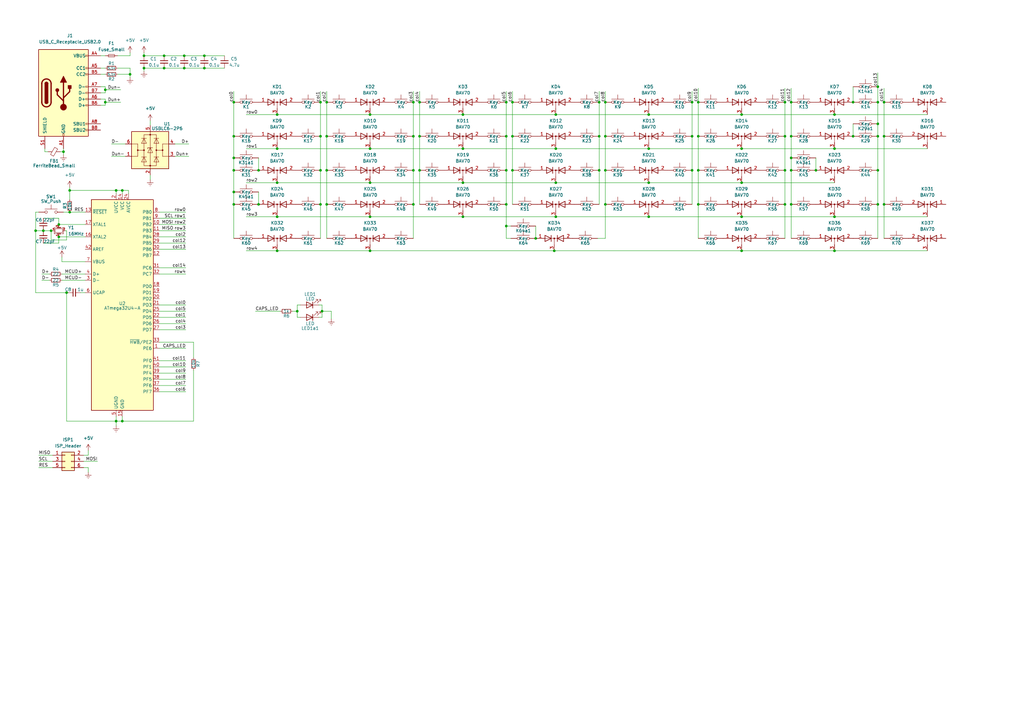
<source format=kicad_sch>
(kicad_sch (version 20210621) (generator eeschema)
  (paper "A3")
  (junction (at 14.605 94.615) (diameter 0.9144))
  (junction (at 17.78 94.615) (diameter 0.9144))
  (junction (at 20.955 94.615) (diameter 0.9144))
  (junction (at 24.13 92.075) (diameter 0.9144))
  (junction (at 24.13 97.155) (diameter 0.9144))
  (junction (at 26.035 62.23) (diameter 0.9144))
  (junction (at 27.305 120.015) (diameter 0.9144))
  (junction (at 28.575 78.105) (diameter 0.9144))
  (junction (at 28.575 86.995) (diameter 0.9144))
  (junction (at 43.18 36.83) (diameter 0.9144))
  (junction (at 43.18 41.91) (diameter 0.9144))
  (junction (at 47.625 78.105) (diameter 0.9144))
  (junction (at 47.625 172.72) (diameter 0.9144))
  (junction (at 50.165 78.105) (diameter 0.9144))
  (junction (at 50.165 172.72) (diameter 0.9144))
  (junction (at 53.34 30.48) (diameter 0.9144))
  (junction (at 59.055 22.86) (diameter 0.9144))
  (junction (at 59.055 27.94) (diameter 0.9144))
  (junction (at 67.31 22.86) (diameter 0.9144))
  (junction (at 67.31 27.94) (diameter 0.9144))
  (junction (at 75.565 22.86) (diameter 0.9144))
  (junction (at 75.565 27.94) (diameter 0.9144))
  (junction (at 83.82 22.86) (diameter 0.9144))
  (junction (at 83.82 27.94) (diameter 0.9144))
  (junction (at 95.885 41.91) (diameter 0.9144))
  (junction (at 95.885 55.88) (diameter 0.9144))
  (junction (at 95.885 64.77) (diameter 0.9144))
  (junction (at 95.885 69.85) (diameter 0.9144))
  (junction (at 95.885 78.74) (diameter 0.9144))
  (junction (at 95.885 83.82) (diameter 0.9144))
  (junction (at 106.045 69.85) (diameter 0.9144))
  (junction (at 106.045 83.82) (diameter 0.9144))
  (junction (at 113.665 46.99) (diameter 0.9144))
  (junction (at 113.665 60.96) (diameter 0.9144))
  (junction (at 113.665 74.93) (diameter 0.9144))
  (junction (at 113.665 88.9) (diameter 0.9144))
  (junction (at 113.665 102.87) (diameter 0.9144))
  (junction (at 121.92 127.635) (diameter 0.9144))
  (junction (at 131.445 41.91) (diameter 0.9144))
  (junction (at 131.445 55.88) (diameter 0.9144))
  (junction (at 131.445 69.85) (diameter 0.9144))
  (junction (at 131.445 83.82) (diameter 0.9144))
  (junction (at 132.08 127.635) (diameter 0.9144))
  (junction (at 133.985 41.91) (diameter 0.9144))
  (junction (at 133.985 55.88) (diameter 0.9144))
  (junction (at 133.985 69.85) (diameter 0.9144))
  (junction (at 133.985 83.82) (diameter 0.9144))
  (junction (at 151.765 46.99) (diameter 0.9144))
  (junction (at 151.765 60.96) (diameter 0.9144))
  (junction (at 151.765 74.93) (diameter 0.9144))
  (junction (at 151.765 88.9) (diameter 0.9144))
  (junction (at 151.765 102.87) (diameter 0.9144))
  (junction (at 169.545 41.91) (diameter 0.9144))
  (junction (at 169.545 55.88) (diameter 0.9144))
  (junction (at 169.545 69.85) (diameter 0.9144))
  (junction (at 169.545 83.82) (diameter 0.9144))
  (junction (at 172.085 41.91) (diameter 0.9144))
  (junction (at 172.085 55.88) (diameter 0.9144))
  (junction (at 172.085 69.85) (diameter 0.9144))
  (junction (at 189.865 46.99) (diameter 0.9144))
  (junction (at 189.865 60.96) (diameter 0.9144))
  (junction (at 189.865 74.93) (diameter 0.9144))
  (junction (at 189.865 88.9) (diameter 0.9144))
  (junction (at 207.645 41.91) (diameter 0.9144))
  (junction (at 207.645 55.88) (diameter 0.9144))
  (junction (at 207.645 69.85) (diameter 0.9144))
  (junction (at 207.645 83.82) (diameter 0.9144))
  (junction (at 207.645 92.71) (diameter 0.9144))
  (junction (at 210.185 41.91) (diameter 0.9144))
  (junction (at 210.185 55.88) (diameter 0.9144))
  (junction (at 210.185 69.85) (diameter 0.9144))
  (junction (at 219.71 97.79) (diameter 0.9144))
  (junction (at 227.33 102.87) (diameter 0.9144))
  (junction (at 227.965 46.99) (diameter 0.9144))
  (junction (at 227.965 60.96) (diameter 0.9144))
  (junction (at 227.965 74.93) (diameter 0.9144))
  (junction (at 227.965 88.9) (diameter 0.9144))
  (junction (at 245.745 41.91) (diameter 0.9144))
  (junction (at 245.745 55.88) (diameter 0.9144))
  (junction (at 245.745 69.85) (diameter 0.9144))
  (junction (at 248.285 41.91) (diameter 0.9144))
  (junction (at 248.285 55.88) (diameter 0.9144))
  (junction (at 248.285 69.85) (diameter 0.9144))
  (junction (at 248.285 83.82) (diameter 0.9144))
  (junction (at 266.065 46.99) (diameter 0.9144))
  (junction (at 266.065 60.96) (diameter 0.9144))
  (junction (at 266.065 74.93) (diameter 0.9144))
  (junction (at 266.065 88.9) (diameter 0.9144))
  (junction (at 283.845 41.91) (diameter 0.9144))
  (junction (at 283.845 55.88) (diameter 0.9144))
  (junction (at 283.845 69.85) (diameter 0.9144))
  (junction (at 286.385 41.91) (diameter 0.9144))
  (junction (at 286.385 55.88) (diameter 0.9144))
  (junction (at 286.385 69.85) (diameter 0.9144))
  (junction (at 286.385 83.82) (diameter 0.9144))
  (junction (at 304.165 46.99) (diameter 0.9144))
  (junction (at 304.165 60.96) (diameter 0.9144))
  (junction (at 304.165 74.93) (diameter 0.9144))
  (junction (at 304.165 88.9) (diameter 0.9144))
  (junction (at 304.165 102.87) (diameter 0.9144))
  (junction (at 321.945 41.91) (diameter 0.9144))
  (junction (at 321.945 55.88) (diameter 0.9144))
  (junction (at 321.945 69.85) (diameter 0.9144))
  (junction (at 321.945 83.82) (diameter 0.9144))
  (junction (at 324.485 41.91) (diameter 0.9144))
  (junction (at 324.485 55.88) (diameter 0.9144))
  (junction (at 324.485 64.77) (diameter 0.9144))
  (junction (at 324.485 69.85) (diameter 0.9144))
  (junction (at 324.485 83.82) (diameter 0.9144))
  (junction (at 334.645 69.85) (diameter 0.9144))
  (junction (at 342.265 46.99) (diameter 0.9144))
  (junction (at 342.265 60.96) (diameter 0.9144))
  (junction (at 342.265 88.9) (diameter 0.9144))
  (junction (at 342.265 102.87) (diameter 0.9144))
  (junction (at 349.885 41.91) (diameter 0.9144))
  (junction (at 349.885 55.88) (diameter 0.9144))
  (junction (at 360.045 35.56) (diameter 0.9144))
  (junction (at 360.045 41.91) (diameter 0.9144))
  (junction (at 360.045 50.8) (diameter 0.9144))
  (junction (at 360.045 55.88) (diameter 0.9144))
  (junction (at 360.045 69.85) (diameter 0.9144))
  (junction (at 360.045 83.82) (diameter 0.9144))
  (junction (at 362.585 41.91) (diameter 0.9144))
  (junction (at 362.585 55.88) (diameter 0.9144))
  (junction (at 362.585 83.82) (diameter 0.9144))
  (wire (pts (xy 14.605 86.995) (xy 14.605 94.615)))
  (wire (pts (xy 14.605 94.615) (xy 14.605 120.015)))
  (wire (pts (xy 14.605 94.615) (xy 17.78 94.615)))
  (wire (pts (xy 14.605 120.015) (xy 27.305 120.015)))
  (wire (pts (xy 15.875 86.995) (xy 14.605 86.995)))
  (wire (pts (xy 15.875 186.69) (xy 21.59 186.69)))
  (wire (pts (xy 15.875 189.23) (xy 21.59 189.23)))
  (wire (pts (xy 15.875 191.77) (xy 21.59 191.77)))
  (wire (pts (xy 17.145 112.395) (xy 20.32 112.395)))
  (wire (pts (xy 17.145 114.935) (xy 20.32 114.935)))
  (wire (pts (xy 17.78 89.535) (xy 24.13 89.535)))
  (wire (pts (xy 17.78 94.615) (xy 20.955 94.615)))
  (wire (pts (xy 17.78 99.695) (xy 24.13 99.695)))
  (wire (pts (xy 18.415 62.23) (xy 18.415 60.96)))
  (wire (pts (xy 19.685 62.23) (xy 18.415 62.23)))
  (wire (pts (xy 20.955 94.615) (xy 20.955 98.425)))
  (wire (pts (xy 20.955 94.615) (xy 21.59 94.615)))
  (wire (pts (xy 20.955 98.425) (xy 27.305 98.425)))
  (wire (pts (xy 24.13 89.535) (xy 24.13 92.075)))
  (wire (pts (xy 24.13 92.075) (xy 34.925 92.075)))
  (wire (pts (xy 24.13 97.155) (xy 34.925 97.155)))
  (wire (pts (xy 24.13 99.695) (xy 24.13 97.155)))
  (wire (pts (xy 24.765 62.23) (xy 26.035 62.23)))
  (wire (pts (xy 25.4 105.41) (xy 25.4 107.315)))
  (wire (pts (xy 25.4 107.315) (xy 34.925 107.315)))
  (wire (pts (xy 25.4 112.395) (xy 34.925 112.395)))
  (wire (pts (xy 25.4 114.935) (xy 34.925 114.935)))
  (wire (pts (xy 26.035 62.23) (xy 26.035 60.96)))
  (wire (pts (xy 26.035 62.23) (xy 26.035 63.5)))
  (wire (pts (xy 26.035 86.995) (xy 28.575 86.995)))
  (wire (pts (xy 27.305 94.615) (xy 26.67 94.615)))
  (wire (pts (xy 27.305 98.425) (xy 27.305 94.615)))
  (wire (pts (xy 27.305 120.015) (xy 27.305 172.72)))
  (wire (pts (xy 27.305 120.015) (xy 27.94 120.015)))
  (wire (pts (xy 27.305 172.72) (xy 47.625 172.72)))
  (wire (pts (xy 28.575 76.835) (xy 28.575 78.105)))
  (wire (pts (xy 28.575 78.105) (xy 28.575 81.915)))
  (wire (pts (xy 28.575 78.105) (xy 47.625 78.105)))
  (wire (pts (xy 28.575 86.995) (xy 34.925 86.995)))
  (wire (pts (xy 33.02 120.015) (xy 34.925 120.015)))
  (wire (pts (xy 34.29 186.69) (xy 36.195 186.69)))
  (wire (pts (xy 34.29 189.23) (xy 40.005 189.23)))
  (wire (pts (xy 34.29 191.77) (xy 36.195 191.77)))
  (wire (pts (xy 36.195 186.69) (xy 36.195 184.785)))
  (wire (pts (xy 36.195 191.77) (xy 36.195 193.675)))
  (wire (pts (xy 41.275 22.86) (xy 43.18 22.86)))
  (wire (pts (xy 41.275 27.94) (xy 43.18 27.94)))
  (wire (pts (xy 41.275 30.48) (xy 43.18 30.48)))
  (wire (pts (xy 41.275 35.56) (xy 43.18 35.56)))
  (wire (pts (xy 41.275 38.1) (xy 43.18 38.1)))
  (wire (pts (xy 41.275 43.18) (xy 43.18 43.18)))
  (wire (pts (xy 43.18 35.56) (xy 43.18 36.83)))
  (wire (pts (xy 43.18 36.83) (xy 49.53 36.83)))
  (wire (pts (xy 43.18 38.1) (xy 43.18 36.83)))
  (wire (pts (xy 43.18 40.64) (xy 41.275 40.64)))
  (wire (pts (xy 43.18 41.91) (xy 43.18 40.64)))
  (wire (pts (xy 43.18 41.91) (xy 49.53 41.91)))
  (wire (pts (xy 43.18 43.18) (xy 43.18 41.91)))
  (wire (pts (xy 45.72 59.055) (xy 51.435 59.055)))
  (wire (pts (xy 45.72 64.135) (xy 51.435 64.135)))
  (wire (pts (xy 47.625 78.105) (xy 47.625 79.375)))
  (wire (pts (xy 47.625 78.105) (xy 50.165 78.105)))
  (wire (pts (xy 47.625 170.815) (xy 47.625 172.72)))
  (wire (pts (xy 47.625 172.72) (xy 47.625 174.625)))
  (wire (pts (xy 47.625 172.72) (xy 50.165 172.72)))
  (wire (pts (xy 48.26 22.86) (xy 53.34 22.86)))
  (wire (pts (xy 48.26 27.94) (xy 53.34 27.94)))
  (wire (pts (xy 48.26 30.48) (xy 53.34 30.48)))
  (wire (pts (xy 50.165 78.105) (xy 50.165 79.375)))
  (wire (pts (xy 50.165 78.105) (xy 52.705 78.105)))
  (wire (pts (xy 50.165 170.815) (xy 50.165 172.72)))
  (wire (pts (xy 50.165 172.72) (xy 79.375 172.72)))
  (wire (pts (xy 52.705 78.105) (xy 52.705 79.375)))
  (wire (pts (xy 53.34 22.86) (xy 53.34 21.59)))
  (wire (pts (xy 53.34 27.94) (xy 53.34 30.48)))
  (wire (pts (xy 53.34 30.48) (xy 53.34 31.75)))
  (wire (pts (xy 59.055 21.59) (xy 59.055 22.86)))
  (wire (pts (xy 59.055 22.86) (xy 67.31 22.86)))
  (wire (pts (xy 59.055 27.94) (xy 59.055 29.21)))
  (wire (pts (xy 59.055 27.94) (xy 67.31 27.94)))
  (wire (pts (xy 61.595 49.53) (xy 61.595 51.435)))
  (wire (pts (xy 61.595 71.755) (xy 61.595 73.66)))
  (wire (pts (xy 65.405 86.995) (xy 76.2 86.995)))
  (wire (pts (xy 65.405 89.535) (xy 76.2 89.535)))
  (wire (pts (xy 65.405 92.075) (xy 76.2 92.075)))
  (wire (pts (xy 65.405 94.615) (xy 76.2 94.615)))
  (wire (pts (xy 65.405 97.155) (xy 76.2 97.155)))
  (wire (pts (xy 65.405 99.695) (xy 76.2 99.695)))
  (wire (pts (xy 65.405 102.235) (xy 76.2 102.235)))
  (wire (pts (xy 65.405 109.855) (xy 76.2 109.855)))
  (wire (pts (xy 65.405 112.395) (xy 76.2 112.395)))
  (wire (pts (xy 65.405 125.095) (xy 76.2 125.095)))
  (wire (pts (xy 65.405 127.635) (xy 76.2 127.635)))
  (wire (pts (xy 65.405 130.175) (xy 76.2 130.175)))
  (wire (pts (xy 65.405 132.715) (xy 76.2 132.715)))
  (wire (pts (xy 65.405 135.255) (xy 76.2 135.255)))
  (wire (pts (xy 65.405 140.335) (xy 79.375 140.335)))
  (wire (pts (xy 65.405 142.875) (xy 76.2 142.875)))
  (wire (pts (xy 65.405 147.955) (xy 76.2 147.955)))
  (wire (pts (xy 65.405 150.495) (xy 76.2 150.495)))
  (wire (pts (xy 65.405 153.035) (xy 76.2 153.035)))
  (wire (pts (xy 65.405 155.575) (xy 76.2 155.575)))
  (wire (pts (xy 65.405 158.115) (xy 76.2 158.115)))
  (wire (pts (xy 65.405 160.655) (xy 76.2 160.655)))
  (wire (pts (xy 67.31 22.86) (xy 75.565 22.86)))
  (wire (pts (xy 67.31 27.94) (xy 75.565 27.94)))
  (wire (pts (xy 71.755 59.055) (xy 77.47 59.055)))
  (wire (pts (xy 71.755 64.135) (xy 77.47 64.135)))
  (wire (pts (xy 75.565 22.86) (xy 83.82 22.86)))
  (wire (pts (xy 75.565 27.94) (xy 83.82 27.94)))
  (wire (pts (xy 79.375 140.335) (xy 79.375 146.685)))
  (wire (pts (xy 79.375 151.765) (xy 79.375 172.72)))
  (wire (pts (xy 83.82 22.86) (xy 92.075 22.86)))
  (wire (pts (xy 83.82 27.94) (xy 92.075 27.94)))
  (wire (pts (xy 95.885 37.465) (xy 95.885 41.91)))
  (wire (pts (xy 95.885 41.91) (xy 95.885 55.88)))
  (wire (pts (xy 95.885 55.88) (xy 95.885 64.77)))
  (wire (pts (xy 95.885 64.77) (xy 95.885 69.85)))
  (wire (pts (xy 95.885 69.85) (xy 95.885 78.74)))
  (wire (pts (xy 95.885 78.74) (xy 95.885 83.82)))
  (wire (pts (xy 95.885 83.82) (xy 95.885 97.79)))
  (wire (pts (xy 100.965 46.99) (xy 113.665 46.99)))
  (wire (pts (xy 100.965 60.96) (xy 113.665 60.96)))
  (wire (pts (xy 100.965 74.93) (xy 113.665 74.93)))
  (wire (pts (xy 100.965 88.9) (xy 113.665 88.9)))
  (wire (pts (xy 100.965 102.87) (xy 113.665 102.87)))
  (wire (pts (xy 104.775 127.635) (xy 114.935 127.635)))
  (wire (pts (xy 106.045 64.77) (xy 106.045 69.85)))
  (wire (pts (xy 106.045 78.74) (xy 106.045 83.82)))
  (wire (pts (xy 113.665 46.99) (xy 151.765 46.99)))
  (wire (pts (xy 113.665 60.96) (xy 151.765 60.96)))
  (wire (pts (xy 113.665 74.93) (xy 151.765 74.93)))
  (wire (pts (xy 113.665 88.9) (xy 151.765 88.9)))
  (wire (pts (xy 113.665 102.87) (xy 151.765 102.87)))
  (wire (pts (xy 120.015 127.635) (xy 121.92 127.635)))
  (wire (pts (xy 121.92 125.095) (xy 121.92 127.635)))
  (wire (pts (xy 121.92 125.095) (xy 123.19 125.095)))
  (wire (pts (xy 121.92 127.635) (xy 121.92 130.175)))
  (wire (pts (xy 121.92 130.175) (xy 123.19 130.175)))
  (wire (pts (xy 130.81 125.095) (xy 132.08 125.095)))
  (wire (pts (xy 130.81 130.175) (xy 132.08 130.175)))
  (wire (pts (xy 131.445 37.465) (xy 131.445 41.91)))
  (wire (pts (xy 131.445 41.91) (xy 131.445 55.88)))
  (wire (pts (xy 131.445 55.88) (xy 131.445 69.85)))
  (wire (pts (xy 131.445 69.85) (xy 131.445 83.82)))
  (wire (pts (xy 131.445 83.82) (xy 131.445 97.79)))
  (wire (pts (xy 132.08 125.095) (xy 132.08 127.635)))
  (wire (pts (xy 132.08 127.635) (xy 135.89 127.635)))
  (wire (pts (xy 132.08 130.175) (xy 132.08 127.635)))
  (wire (pts (xy 133.985 37.465) (xy 133.985 41.91)))
  (wire (pts (xy 133.985 41.91) (xy 133.985 55.88)))
  (wire (pts (xy 133.985 55.88) (xy 133.985 69.85)))
  (wire (pts (xy 133.985 69.85) (xy 133.985 83.82)))
  (wire (pts (xy 133.985 83.82) (xy 133.985 97.79)))
  (wire (pts (xy 135.89 127.635) (xy 135.89 130.81)))
  (wire (pts (xy 151.765 46.99) (xy 189.865 46.99)))
  (wire (pts (xy 151.765 60.96) (xy 189.865 60.96)))
  (wire (pts (xy 151.765 74.93) (xy 189.865 74.93)))
  (wire (pts (xy 151.765 88.9) (xy 189.865 88.9)))
  (wire (pts (xy 151.765 102.87) (xy 227.33 102.87)))
  (wire (pts (xy 169.545 37.465) (xy 169.545 41.91)))
  (wire (pts (xy 169.545 41.91) (xy 169.545 55.88)))
  (wire (pts (xy 169.545 55.88) (xy 169.545 69.85)))
  (wire (pts (xy 169.545 69.85) (xy 169.545 83.82)))
  (wire (pts (xy 169.545 83.82) (xy 169.545 97.79)))
  (wire (pts (xy 172.085 37.465) (xy 172.085 41.91)))
  (wire (pts (xy 172.085 41.91) (xy 172.085 55.88)))
  (wire (pts (xy 172.085 55.88) (xy 172.085 69.85)))
  (wire (pts (xy 172.085 69.85) (xy 172.085 83.82)))
  (wire (pts (xy 189.865 46.99) (xy 227.965 46.99)))
  (wire (pts (xy 189.865 60.96) (xy 227.965 60.96)))
  (wire (pts (xy 189.865 74.93) (xy 227.965 74.93)))
  (wire (pts (xy 189.865 88.9) (xy 227.965 88.9)))
  (wire (pts (xy 207.645 37.465) (xy 207.645 41.91)))
  (wire (pts (xy 207.645 41.91) (xy 207.645 55.88)))
  (wire (pts (xy 207.645 55.88) (xy 207.645 69.85)))
  (wire (pts (xy 207.645 69.85) (xy 207.645 83.82)))
  (wire (pts (xy 207.645 83.82) (xy 207.645 92.71)))
  (wire (pts (xy 207.645 92.71) (xy 207.645 97.79)))
  (wire (pts (xy 207.645 92.71) (xy 209.55 92.71)))
  (wire (pts (xy 207.645 97.79) (xy 209.55 97.79)))
  (wire (pts (xy 210.185 37.465) (xy 210.185 41.91)))
  (wire (pts (xy 210.185 41.91) (xy 210.185 55.88)))
  (wire (pts (xy 210.185 55.88) (xy 210.185 69.85)))
  (wire (pts (xy 210.185 69.85) (xy 210.185 83.82)))
  (wire (pts (xy 219.71 92.71) (xy 219.71 97.79)))
  (wire (pts (xy 227.33 102.87) (xy 304.165 102.87)))
  (wire (pts (xy 227.965 46.99) (xy 266.065 46.99)))
  (wire (pts (xy 227.965 60.96) (xy 266.065 60.96)))
  (wire (pts (xy 227.965 74.93) (xy 266.065 74.93)))
  (wire (pts (xy 227.965 88.9) (xy 266.065 88.9)))
  (wire (pts (xy 245.11 97.79) (xy 248.285 97.79)))
  (wire (pts (xy 245.745 37.465) (xy 245.745 41.91)))
  (wire (pts (xy 245.745 41.91) (xy 245.745 55.88)))
  (wire (pts (xy 245.745 55.88) (xy 245.745 69.85)))
  (wire (pts (xy 245.745 69.85) (xy 245.745 83.82)))
  (wire (pts (xy 248.285 37.465) (xy 248.285 41.91)))
  (wire (pts (xy 248.285 41.91) (xy 248.285 55.88)))
  (wire (pts (xy 248.285 55.88) (xy 248.285 69.85)))
  (wire (pts (xy 248.285 69.85) (xy 248.285 83.82)))
  (wire (pts (xy 248.285 83.82) (xy 248.285 97.79)))
  (wire (pts (xy 266.065 46.99) (xy 304.165 46.99)))
  (wire (pts (xy 266.065 60.96) (xy 304.165 60.96)))
  (wire (pts (xy 266.065 74.93) (xy 304.165 74.93)))
  (wire (pts (xy 266.065 88.9) (xy 304.165 88.9)))
  (wire (pts (xy 283.845 37.465) (xy 283.845 41.91)))
  (wire (pts (xy 283.845 41.91) (xy 283.845 55.88)))
  (wire (pts (xy 283.845 55.88) (xy 283.845 69.85)))
  (wire (pts (xy 283.845 69.85) (xy 283.845 83.82)))
  (wire (pts (xy 286.385 36.195) (xy 286.385 41.91)))
  (wire (pts (xy 286.385 41.91) (xy 286.385 55.88)))
  (wire (pts (xy 286.385 55.88) (xy 286.385 69.85)))
  (wire (pts (xy 286.385 69.85) (xy 286.385 83.82)))
  (wire (pts (xy 286.385 83.82) (xy 286.385 97.79)))
  (wire (pts (xy 304.165 46.99) (xy 342.265 46.99)))
  (wire (pts (xy 304.165 60.96) (xy 342.265 60.96)))
  (wire (pts (xy 304.165 74.93) (xy 342.265 74.93)))
  (wire (pts (xy 304.165 88.9) (xy 342.265 88.9)))
  (wire (pts (xy 304.165 102.87) (xy 342.265 102.87)))
  (wire (pts (xy 321.945 36.195) (xy 321.945 41.91)))
  (wire (pts (xy 321.945 41.91) (xy 321.945 55.88)))
  (wire (pts (xy 321.945 55.88) (xy 321.945 69.85)))
  (wire (pts (xy 321.945 69.85) (xy 321.945 83.82)))
  (wire (pts (xy 321.945 83.82) (xy 321.945 97.79)))
  (wire (pts (xy 324.485 36.195) (xy 324.485 41.91)))
  (wire (pts (xy 324.485 41.91) (xy 324.485 55.88)))
  (wire (pts (xy 324.485 55.88) (xy 324.485 64.77)))
  (wire (pts (xy 324.485 64.77) (xy 324.485 69.85)))
  (wire (pts (xy 324.485 69.85) (xy 324.485 83.82)))
  (wire (pts (xy 324.485 83.82) (xy 324.485 97.79)))
  (wire (pts (xy 334.645 64.77) (xy 334.645 69.85)))
  (wire (pts (xy 342.265 46.99) (xy 380.365 46.99)))
  (wire (pts (xy 342.265 60.96) (xy 380.365 60.96)))
  (wire (pts (xy 342.265 88.9) (xy 380.365 88.9)))
  (wire (pts (xy 342.265 102.87) (xy 380.365 102.87)))
  (wire (pts (xy 349.885 35.56) (xy 349.885 41.91)))
  (wire (pts (xy 349.885 50.8) (xy 349.885 55.88)))
  (wire (pts (xy 360.045 29.845) (xy 360.045 35.56)))
  (wire (pts (xy 360.045 35.56) (xy 360.045 41.91)))
  (wire (pts (xy 360.045 41.91) (xy 360.045 50.8)))
  (wire (pts (xy 360.045 50.8) (xy 360.045 55.88)))
  (wire (pts (xy 360.045 55.88) (xy 360.045 69.85)))
  (wire (pts (xy 360.045 69.85) (xy 360.045 83.82)))
  (wire (pts (xy 360.045 83.82) (xy 360.045 97.79)))
  (wire (pts (xy 362.585 36.195) (xy 362.585 41.91)))
  (wire (pts (xy 362.585 41.91) (xy 362.585 55.88)))
  (wire (pts (xy 362.585 55.88) (xy 362.585 83.82)))
  (wire (pts (xy 362.585 83.82) (xy 362.585 97.79)))
  (label "MISO" (at 15.875 186.69 0))
  (label "SCL" (at 15.875 189.23 0))
  (label "RES" (at 15.875 191.77 0))
  (label "D+" (at 17.145 112.395 0))
  (label "D-" (at 17.145 114.935 0))
  (label "RES" (at 30.48 86.995 0))
  (label "MCUD+" (at 33.655 112.395 180))
  (label "MCUD-" (at 33.655 114.935 180))
  (label "MOSI" (at 40.005 189.23 180))
  (label "D-" (at 45.72 59.055 0))
  (label "Dun-" (at 45.72 64.135 0))
  (label "Dun-" (at 49.53 36.83 180))
  (label "Dun+" (at 49.53 41.91 180))
  (label "SCL" (at 71.12 89.535 180))
  (label "MOSI" (at 71.12 92.075 180))
  (label "MISO" (at 71.12 94.615 180))
  (label "row0" (at 76.2 86.995 180))
  (label "row1" (at 76.2 89.535 180))
  (label "row2" (at 76.2 92.075 180))
  (label "row3" (at 76.2 94.615 180))
  (label "col2" (at 76.2 97.155 180))
  (label "col12" (at 76.2 99.695 180))
  (label "col13" (at 76.2 102.235 180))
  (label "col14" (at 76.2 109.855 180))
  (label "row4" (at 76.2 112.395 180))
  (label "col0" (at 76.2 125.095 180))
  (label "col5" (at 76.2 127.635 180))
  (label "col1" (at 76.2 130.175 180))
  (label "col4" (at 76.2 132.715 180))
  (label "col3" (at 76.2 135.255 180))
  (label "CAPS_LED" (at 76.2 142.875 180))
  (label "col11" (at 76.2 147.955 180))
  (label "col10" (at 76.2 150.495 180))
  (label "col9" (at 76.2 153.035 180))
  (label "col8" (at 76.2 155.575 180))
  (label "col7" (at 76.2 158.115 180))
  (label "col6" (at 76.2 160.655 180))
  (label "D+" (at 77.47 59.055 180))
  (label "Dun+" (at 77.47 64.135 180))
  (label "col0" (at 95.885 37.465 270))
  (label "row0" (at 100.965 46.99 0))
  (label "row1" (at 100.965 60.96 0))
  (label "row2" (at 100.965 74.93 0))
  (label "row3" (at 100.965 88.9 0))
  (label "row4" (at 100.965 102.87 0))
  (label "CAPS_LED" (at 104.775 127.635 0))
  (label "col1" (at 131.445 37.465 270))
  (label "col2" (at 133.985 37.465 270))
  (label "col3" (at 169.545 37.465 270))
  (label "col4" (at 172.085 37.465 270))
  (label "col5" (at 207.645 37.465 270))
  (label "col6" (at 210.185 37.465 270))
  (label "col7" (at 245.745 37.465 270))
  (label "col8" (at 248.285 37.465 270))
  (label "col9" (at 283.845 37.465 270))
  (label "col10" (at 286.385 36.195 270))
  (label "col11" (at 321.945 36.195 270))
  (label "col12" (at 324.485 36.195 270))
  (label "col13" (at 360.045 29.845 270))
  (label "col14" (at 362.585 36.195 270))
  (symbol (lib_id "power:+5V") (at 25.4 105.41 0) (unit 1)
    (property "Reference" "#PWR09" (effects hide))
    (property "Value" "+5V" (at 25.4 101.6 0))
  )
  (symbol (lib_id "power:+5V") (at 28.575 76.835 0) (unit 1)
    (property "Reference" "#PWR08" (effects hide))
    (property "Value" "+5V" (at 28.575 71.755 0))
  )
  (symbol (lib_id "power:+5V") (at 36.195 184.785 0) (unit 1)
    (property "Reference" "#PWR012" (effects hide))
    (property "Value" "+5V" (at 36.195 179.705 0))
  )
  (symbol (lib_id "power:+5V") (at 53.34 21.59 0) (unit 1)
    (property "Reference" "#PWR01" (effects hide))
    (property "Value" "+5V" (at 53.34 16.51 0))
  )
  (symbol (lib_id "power:+5V") (at 59.055 21.59 0) (unit 1)
    (property "Reference" "#PWR02" (effects hide))
    (property "Value" "+5V" (at 59.055 16.51 0))
  )
  (symbol (lib_id "power:+5V") (at 61.595 49.53 0) (unit 1)
    (property "Reference" "#PWR05" (effects hide))
    (property "Value" "+5V" (at 61.595 44.45 0))
  )
  (symbol (lib_id "Device:Fuse_Small") (at 45.72 22.86 0) (unit 1)
    (property "Reference" "F1" (at 45.72 17.78 0))
    (property "Value" "Fuse_Small" (at 45.72 20.32 0))
    (property "Footprint" "Fuse:Fuse_0805_2012Metric" (effects hide))
  )
  (symbol (lib_id "power:Earth") (at 26.035 63.5 0) (unit 1)
    (property "Reference" "#PWR06" (effects hide))
    (property "Value" "Earth" (effects hide))
  )
  (symbol (lib_id "power:Earth") (at 36.195 193.675 0) (unit 1)
    (property "Reference" "#PWR013" (effects hide))
    (property "Value" "Earth" (effects hide))
  )
  (symbol (lib_id "power:Earth") (at 47.625 174.625 0) (unit 1)
    (property "Reference" "#PWR011" (effects hide))
    (property "Value" "Earth" (effects hide))
  )
  (symbol (lib_id "power:Earth") (at 53.34 31.75 0) (unit 1)
    (property "Reference" "#PWR04" (effects hide))
    (property "Value" "Earth" (effects hide))
  )
  (symbol (lib_id "power:Earth") (at 59.055 29.21 0) (unit 1)
    (property "Reference" "#PWR03" (effects hide))
    (property "Value" "Earth" (effects hide))
  )
  (symbol (lib_id "power:Earth") (at 61.595 73.66 0) (unit 1)
    (property "Reference" "#PWR07" (effects hide))
    (property "Value" "Earth" (effects hide))
  )
  (symbol (lib_id "power:Earth") (at 135.89 130.81 0) (unit 1)
    (property "Reference" "#PWR0101" (effects hide))
    (property "Value" "Earth" (effects hide))
  )
  (symbol (lib_id "Device:R_Small") (at 22.86 112.395 90) (unit 1)
    (property "Reference" "R4" (at 22.86 110.49 90))
    (property "Value" "22" (at 22.86 112.395 90))
    (property "Footprint" "Resistor_SMD:R_0603_1608Metric" (effects hide))
  )
  (symbol (lib_id "Device:R_Small") (at 22.86 114.935 90) (unit 1)
    (property "Reference" "R5" (at 22.86 116.84 90))
    (property "Value" "22" (at 22.86 114.935 90))
    (property "Footprint" "Resistor_SMD:R_0603_1608Metric" (effects hide))
  )
  (symbol (lib_id "Device:R_Small") (at 28.575 84.455 0) (unit 1)
    (property "Reference" "R3" (at 26.67 85.7249 90) (effects (justify left)))
    (property "Value" "10k" (at 28.575 86.3599 90) (effects (justify left)))
    (property "Footprint" "Resistor_SMD:R_0603_1608Metric" (effects hide))
  )
  (symbol (lib_id "Device:R_Small") (at 45.72 27.94 90) (unit 1)
    (property "Reference" "R1" (at 45.72 26.035 90))
    (property "Value" "5.1k" (at 45.72 27.94 90) (effects (font (size 1 1))))
    (property "Footprint" "Resistor_SMD:R_0603_1608Metric" (effects hide))
  )
  (symbol (lib_id "Device:R_Small") (at 45.72 30.48 90) (unit 1)
    (property "Reference" "R2" (at 45.72 32.385 90))
    (property "Value" "5.1k" (at 45.72 30.48 90) (effects (font (size 1 1))))
    (property "Footprint" "Resistor_SMD:R_0603_1608Metric" (effects hide))
  )
  (symbol (lib_id "Device:R_Small") (at 79.375 149.225 0) (unit 1)
    (property "Reference" "R7" (at 81.28 149.225 90))
    (property "Value" "10k" (at 79.375 149.225 90))
    (property "Footprint" "Resistor_SMD:R_0603_1608Metric" (effects hide))
  )
  (symbol (lib_id "Device:R_Small") (at 117.475 127.635 90) (unit 1)
    (property "Reference" "R6" (at 117.475 129.54 90))
    (property "Value" "1k" (at 117.475 127.635 90))
    (property "Footprint" "Resistor_SMD:R_0603_1608Metric" (effects hide))
  )
  (symbol (lib_id "Device:C_Small") (at 17.78 92.075 180) (unit 1)
    (property "Reference" "C6" (at 14.605 90.1701 0) (effects (justify right)))
    (property "Value" "22pF" (at 17.78 90.1701 0) (effects (justify right)))
    (property "Footprint" "Capacitor_SMD:C_0603_1608Metric" (effects hide))
  )
  (symbol (lib_id "Device:C_Small") (at 17.78 97.155 0) (mirror x) (unit 1)
    (property "Reference" "C7" (at 14.605 99.0601 0) (effects (justify left)))
    (property "Value" "22pF" (at 17.78 99.0601 0) (effects (justify left)))
    (property "Footprint" "Capacitor_SMD:C_0603_1608Metric" (effects hide))
  )
  (symbol (lib_id "Device:C_Small") (at 30.48 120.015 90) (unit 1)
    (property "Reference" "C8" (at 27.94 118.745 90))
    (property "Value" "1u" (at 33.02 118.745 90))
    (property "Footprint" "Capacitor_SMD:C_0603_1608Metric" (effects hide))
  )
  (symbol (lib_id "Device:C_Small") (at 59.055 25.4 0) (unit 1)
    (property "Reference" "C1" (at 61.595 24.1299 0) (effects (justify left)))
    (property "Value" "0.1u" (at 60.96 26.6699 0) (effects (justify left)))
    (property "Footprint" "Capacitor_SMD:C_0603_1608Metric" (effects hide))
  )
  (symbol (lib_id "Device:C_Small") (at 67.31 25.4 0) (unit 1)
    (property "Reference" "C2" (at 69.85 24.1299 0) (effects (justify left)))
    (property "Value" "0.1u" (at 69.215 26.6699 0) (effects (justify left)))
    (property "Footprint" "Capacitor_SMD:C_0603_1608Metric" (effects hide))
  )
  (symbol (lib_id "Device:C_Small") (at 75.565 25.4 0) (unit 1)
    (property "Reference" "C3" (at 78.105 24.1299 0) (effects (justify left)))
    (property "Value" "0.1u" (at 77.47 26.6699 0) (effects (justify left)))
    (property "Footprint" "Capacitor_SMD:C_0603_1608Metric" (effects hide))
  )
  (symbol (lib_id "Device:C_Small") (at 83.82 25.4 0) (unit 1)
    (property "Reference" "C4" (at 86.36 24.1299 0) (effects (justify left)))
    (property "Value" "0.1u" (at 85.725 26.6699 0) (effects (justify left)))
    (property "Footprint" "Capacitor_SMD:C_0603_1608Metric" (effects hide))
  )
  (symbol (lib_id "Device:C_Small") (at 92.075 25.4 0) (unit 1)
    (property "Reference" "C5" (at 94.615 24.1299 0) (effects (justify left)))
    (property "Value" "4.7u" (at 93.98 26.6699 0) (effects (justify left)))
    (property "Footprint" "Capacitor_SMD:C_0603_1608Metric" (effects hide))
  )
  (symbol (lib_id "Device:FerriteBead_Small") (at 22.225 62.23 90) (unit 1)
    (property "Reference" "FB1" (at 22.225 66.04 90))
    (property "Value" "FerriteBead_Small" (at 22.225 67.945 90))
    (property "Footprint" "Inductor_SMD:L_0805_2012Metric" (effects hide))
  )
  (symbol (lib_id "Device:LED") (at 127 125.095 180) (unit 1)
    (property "Reference" "LED1" (at 127.1905 120.65 0))
    (property "Value" "LED" (at 127.1905 122.555 0))
    (property "Footprint" "Connector_PinSocket_2.54mm:PinSocket_2x01_P2.54mm_Vertical" (effects hide))
  )
  (symbol (lib_id "Device:LED") (at 127 130.175 180) (unit 1)
    (property "Reference" "LED1a1" (at 127.1905 134.62 0))
    (property "Value" "LED" (at 127.1905 132.715 0))
    (property "Footprint" "Connector_PinSocket_2.54mm:PinSocket_2x01_P2.54mm_Vertical" (effects hide))
  )
  (symbol (lib_id "Device:Crystal_GND24_Small") (at 24.13 94.615 90) (unit 1)
    (property "Reference" "Y1" (at 27.94 93.3449 90) (effects (justify right)))
    (property "Value" "16MHz" (at 27.94 95.8849 90) (effects (justify right)))
    (property "Footprint" "Crystal:Crystal_SMD_3225-4Pin_3.2x2.5mm" (effects hide))
  )
  (symbol (lib_id "Switch:SW_Push") (at 20.955 86.995 0) (unit 1)
    (property "Reference" "SW1" (at 20.955 80.645 0))
    (property "Value" "SW_Push" (at 20.955 82.55 0))
    (property "Footprint" "Button_Switch_SMD:SW_SPST_TL3342" (effects hide))
  )
  (symbol (lib_id "Switch:SW_Push") (at 100.965 41.91 0) (unit 1)
    (property "Reference" "K1" (at 100.965 43.815 0))
    (property "Value" "Key" (at 100.965 41.91 0))
    (property "Footprint" "keyboard_parts:SW_Cherry_MX_1.00u_PCB" (effects hide))
  )
  (symbol (lib_id "Switch:SW_Push") (at 100.965 55.88 0) (unit 1)
    (property "Reference" "K16" (at 100.965 57.785 0))
    (property "Value" "Key" (at 100.965 55.88 0))
    (property "Footprint" "keyboard_parts:SW_Cherry_MX_1.50u_PCB" (effects hide))
  )
  (symbol (lib_id "Switch:SW_Push") (at 100.965 64.77 0) (unit 1)
    (property "Reference" "K31a1" (at 100.965 66.675 0))
    (property "Value" "Key" (at 100.965 64.77 0))
    (property "Footprint" "keyboard_parts:SW_Cherry_MX_1.00u_PCB" (effects hide))
  )
  (symbol (lib_id "Switch:SW_Push") (at 100.965 69.85 0) (mirror y) (unit 1)
    (property "Reference" "K31" (at 100.965 71.755 0))
    (property "Value" "Key" (at 100.965 69.85 0))
    (property "Footprint" "keyboard_parts:SW_Cherry_MX_1.00u_PCB" (effects hide))
  )
  (symbol (lib_id "Switch:SW_Push") (at 100.965 78.74 0) (unit 1)
    (property "Reference" "K45a1" (at 100.965 80.645 0))
    (property "Value" "Key" (at 100.965 78.74 0))
    (property "Footprint" "keyboard_parts:SW_Cherry_MX_2.25u_PCB" (effects hide))
  )
  (symbol (lib_id "Switch:SW_Push") (at 100.965 83.82 0) (mirror y) (unit 1)
    (property "Reference" "K45" (at 100.965 85.725 0))
    (property "Value" "Key" (at 100.965 83.82 0))
    (property "Footprint" "keyboard_parts:SW_Cherry_MX_1.00u_PCB" (effects hide))
  )
  (symbol (lib_id "Switch:SW_Push") (at 100.965 97.79 0) (unit 1)
    (property "Reference" "K60" (at 100.965 99.695 0))
    (property "Value" "Key" (at 100.965 97.79 0))
    (property "Footprint" "keyboard_parts:SW_Cherry_MX_1.00u_PCB" (effects hide))
  )
  (symbol (lib_id "Switch:SW_Push") (at 126.365 41.91 0) (unit 1)
    (property "Reference" "K2" (at 126.365 43.815 0))
    (property "Value" "Key" (at 126.365 41.91 0))
    (property "Footprint" "keyboard_parts:SW_Cherry_MX_1.00u_PCB" (effects hide))
  )
  (symbol (lib_id "Switch:SW_Push") (at 126.365 55.88 0) (unit 1)
    (property "Reference" "K17" (at 126.365 57.785 0))
    (property "Value" "Key" (at 126.365 55.88 0))
    (property "Footprint" "keyboard_parts:SW_Cherry_MX_1.00u_PCB" (effects hide))
  )
  (symbol (lib_id "Switch:SW_Push") (at 126.365 69.85 0) (unit 1)
    (property "Reference" "K32" (at 126.365 71.755 0))
    (property "Value" "Key" (at 126.365 69.85 0))
    (property "Footprint" "keyboard_parts:SW_Cherry_MX_1.00u_PCB" (effects hide))
  )
  (symbol (lib_id "Switch:SW_Push") (at 126.365 83.82 0) (unit 1)
    (property "Reference" "K46" (at 126.365 85.725 0))
    (property "Value" "Key" (at 126.365 83.82 0))
    (property "Footprint" "keyboard_parts:SW_Cherry_MX_1.00u_PCB" (effects hide))
  )
  (symbol (lib_id "Switch:SW_Push") (at 126.365 97.79 0) (unit 1)
    (property "Reference" "K61" (at 126.365 99.695 0))
    (property "Value" "Key" (at 126.365 97.79 0))
    (property "Footprint" "keyboard_parts:SW_Cherry_MX_1.00u_PCB" (effects hide))
  )
  (symbol (lib_id "Switch:SW_Push") (at 139.065 41.91 0) (unit 1)
    (property "Reference" "K3" (at 139.065 43.815 0))
    (property "Value" "Key" (at 139.065 41.91 0))
    (property "Footprint" "keyboard_parts:SW_Cherry_MX_1.00u_PCB" (effects hide))
  )
  (symbol (lib_id "Switch:SW_Push") (at 139.065 55.88 0) (unit 1)
    (property "Reference" "K18" (at 139.065 57.785 0))
    (property "Value" "Key" (at 139.065 55.88 0))
    (property "Footprint" "keyboard_parts:SW_Cherry_MX_1.00u_PCB" (effects hide))
  )
  (symbol (lib_id "Switch:SW_Push") (at 139.065 69.85 0) (unit 1)
    (property "Reference" "K33" (at 139.065 71.755 0))
    (property "Value" "Key" (at 139.065 69.85 0))
    (property "Footprint" "keyboard_parts:SW_Cherry_MX_1.00u_PCB" (effects hide))
  )
  (symbol (lib_id "Switch:SW_Push") (at 139.065 83.82 0) (unit 1)
    (property "Reference" "K47" (at 139.065 85.725 0))
    (property "Value" "Key" (at 139.065 83.82 0))
    (property "Footprint" "keyboard_parts:SW_Cherry_MX_1.00u_PCB" (effects hide))
  )
  (symbol (lib_id "Switch:SW_Push") (at 139.065 97.79 0) (unit 1)
    (property "Reference" "K62" (at 139.065 99.695 0))
    (property "Value" "Key" (at 139.065 97.79 0))
    (property "Footprint" "keyboard_parts:SW_Cherry_MX_1.00u_PCB" (effects hide))
  )
  (symbol (lib_id "Switch:SW_Push") (at 164.465 41.91 0) (unit 1)
    (property "Reference" "K4" (at 164.465 43.815 0))
    (property "Value" "Key" (at 164.465 41.91 0))
    (property "Footprint" "keyboard_parts:SW_Cherry_MX_1.00u_PCB" (effects hide))
  )
  (symbol (lib_id "Switch:SW_Push") (at 164.465 55.88 0) (unit 1)
    (property "Reference" "K19" (at 164.465 57.785 0))
    (property "Value" "Key" (at 164.465 55.88 0))
    (property "Footprint" "keyboard_parts:SW_Cherry_MX_1.00u_PCB" (effects hide))
  )
  (symbol (lib_id "Switch:SW_Push") (at 164.465 69.85 0) (unit 1)
    (property "Reference" "K34" (at 164.465 71.755 0))
    (property "Value" "Key" (at 164.465 69.85 0))
    (property "Footprint" "keyboard_parts:SW_Cherry_MX_1.00u_PCB" (effects hide))
  )
  (symbol (lib_id "Switch:SW_Push") (at 164.465 83.82 0) (unit 1)
    (property "Reference" "K48" (at 164.465 85.725 0))
    (property "Value" "Key" (at 164.465 83.82 0))
    (property "Footprint" "keyboard_parts:SW_Cherry_MX_1.00u_PCB" (effects hide))
  )
  (symbol (lib_id "Switch:SW_Push") (at 164.465 97.79 0) (unit 1)
    (property "Reference" "K63" (at 164.465 99.695 0))
    (property "Value" "Key" (at 164.465 97.79 0))
    (property "Footprint" "keyboard_parts:SW_Cherry_MX_1.00u_PCB" (effects hide))
  )
  (symbol (lib_id "Switch:SW_Push") (at 177.165 41.91 0) (unit 1)
    (property "Reference" "K5" (at 177.165 43.815 0))
    (property "Value" "Key" (at 177.165 41.91 0))
    (property "Footprint" "keyboard_parts:SW_Cherry_MX_1.00u_PCB" (effects hide))
  )
  (symbol (lib_id "Switch:SW_Push") (at 177.165 55.88 0) (unit 1)
    (property "Reference" "K20" (at 177.165 57.785 0))
    (property "Value" "Key" (at 177.165 55.88 0))
    (property "Footprint" "keyboard_parts:SW_Cherry_MX_1.00u_PCB" (effects hide))
  )
  (symbol (lib_id "Switch:SW_Push") (at 177.165 69.85 0) (unit 1)
    (property "Reference" "K35" (at 177.165 71.755 0))
    (property "Value" "Key" (at 177.165 69.85 0))
    (property "Footprint" "keyboard_parts:SW_Cherry_MX_1.00u_PCB" (effects hide))
  )
  (symbol (lib_id "Switch:SW_Push") (at 177.165 83.82 0) (unit 1)
    (property "Reference" "K49" (at 177.165 85.725 0))
    (property "Value" "Key" (at 177.165 83.82 0))
    (property "Footprint" "keyboard_parts:SW_Cherry_MX_1.00u_PCB" (effects hide))
  )
  (symbol (lib_id "Switch:SW_Push") (at 202.565 41.91 0) (unit 1)
    (property "Reference" "K6" (at 202.565 43.815 0))
    (property "Value" "Key" (at 202.565 41.91 0))
    (property "Footprint" "keyboard_parts:SW_Cherry_MX_1.00u_PCB" (effects hide))
  )
  (symbol (lib_id "Switch:SW_Push") (at 202.565 55.88 0) (unit 1)
    (property "Reference" "K21" (at 202.565 57.785 0))
    (property "Value" "Key" (at 202.565 55.88 0))
    (property "Footprint" "keyboard_parts:SW_Cherry_MX_1.00u_PCB" (effects hide))
  )
  (symbol (lib_id "Switch:SW_Push") (at 202.565 69.85 0) (unit 1)
    (property "Reference" "K36" (at 202.565 71.755 0))
    (property "Value" "Key" (at 202.565 69.85 0))
    (property "Footprint" "keyboard_parts:SW_Cherry_MX_1.00u_PCB" (effects hide))
  )
  (symbol (lib_id "Switch:SW_Push") (at 202.565 83.82 0) (unit 1)
    (property "Reference" "K50" (at 202.565 85.725 0))
    (property "Value" "Key" (at 202.565 83.82 0))
    (property "Footprint" "keyboard_parts:SW_Cherry_MX_1.00u_PCB" (effects hide))
  )
  (symbol (lib_id "Switch:SW_Push") (at 214.63 92.71 0) (unit 1)
    (property "Reference" "K64a1" (at 214.63 94.615 0))
    (property "Value" "Key" (at 214.63 92.71 0))
    (property "Footprint" "keyboard_parts:SW_Cherry_MX_2.25u_PCB_NoStab" (effects hide))
  )
  (symbol (lib_id "Switch:SW_Push") (at 214.63 97.79 0) (unit 1)
    (property "Reference" "K64" (at 214.63 99.695 0))
    (property "Value" "Key" (at 214.63 97.79 0))
    (property "Footprint" "keyboard_parts:SW_Cherry_MX_2.25u_PCB_NoStab" (effects hide))
  )
  (symbol (lib_id "Switch:SW_Push") (at 215.265 41.91 0) (unit 1)
    (property "Reference" "K7" (at 215.265 43.815 0))
    (property "Value" "Key" (at 215.265 41.91 0))
    (property "Footprint" "keyboard_parts:SW_Cherry_MX_1.00u_PCB" (effects hide))
  )
  (symbol (lib_id "Switch:SW_Push") (at 215.265 55.88 0) (unit 1)
    (property "Reference" "K22" (at 215.265 57.785 0))
    (property "Value" "Key" (at 215.265 55.88 0))
    (property "Footprint" "keyboard_parts:SW_Cherry_MX_1.00u_PCB" (effects hide))
  )
  (symbol (lib_id "Switch:SW_Push") (at 215.265 69.85 0) (unit 1)
    (property "Reference" "K37" (at 215.265 71.755 0))
    (property "Value" "Key" (at 215.265 69.85 0))
    (property "Footprint" "keyboard_parts:SW_Cherry_MX_1.00u_PCB" (effects hide))
  )
  (symbol (lib_id "Switch:SW_Push") (at 215.265 83.82 0) (unit 1)
    (property "Reference" "K51" (at 215.265 85.725 0))
    (property "Value" "Key" (at 215.265 83.82 0))
    (property "Footprint" "keyboard_parts:SW_Cherry_MX_1.00u_PCB" (effects hide))
  )
  (symbol (lib_id "Switch:SW_Push") (at 240.03 97.79 0) (unit 1)
    (property "Reference" "K65" (at 240.03 99.695 0))
    (property "Value" "Key" (at 240.03 97.79 0))
    (property "Footprint" "keyboard_parts:SW_Cherry_MX_2.75u_PCB_NoStab" (effects hide))
  )
  (symbol (lib_id "Switch:SW_Push") (at 240.665 41.91 0) (mirror y) (unit 1)
    (property "Reference" "K8" (at 240.665 43.815 0))
    (property "Value" "Key" (at 240.665 41.91 0))
    (property "Footprint" "keyboard_parts:SW_Cherry_MX_1.00u_PCB" (effects hide))
  )
  (symbol (lib_id "Switch:SW_Push") (at 240.665 55.88 0) (unit 1)
    (property "Reference" "K23" (at 240.665 57.785 0))
    (property "Value" "Key" (at 240.665 55.88 0))
    (property "Footprint" "keyboard_parts:SW_Cherry_MX_1.00u_PCB" (effects hide))
  )
  (symbol (lib_id "Switch:SW_Push") (at 240.665 69.85 0) (unit 1)
    (property "Reference" "K38" (at 240.665 71.755 0))
    (property "Value" "Key" (at 240.665 69.85 0))
    (property "Footprint" "keyboard_parts:SW_Cherry_MX_1.00u_PCB" (effects hide))
  )
  (symbol (lib_id "Switch:SW_Push") (at 240.665 83.82 0) (unit 1)
    (property "Reference" "K52" (at 240.665 85.725 0))
    (property "Value" "Key" (at 240.665 83.82 0))
    (property "Footprint" "keyboard_parts:SW_Cherry_MX_1.00u_PCB" (effects hide))
  )
  (symbol (lib_id "Switch:SW_Push") (at 253.365 41.91 0) (mirror y) (unit 1)
    (property "Reference" "K9" (at 253.365 43.815 0))
    (property "Value" "Key" (at 253.365 41.91 0))
    (property "Footprint" "keyboard_parts:SW_Cherry_MX_1.00u_PCB" (effects hide))
  )
  (symbol (lib_id "Switch:SW_Push") (at 253.365 55.88 0) (unit 1)
    (property "Reference" "K24" (at 253.365 57.785 0))
    (property "Value" "Key" (at 253.365 55.88 0))
    (property "Footprint" "keyboard_parts:SW_Cherry_MX_1.00u_PCB" (effects hide))
  )
  (symbol (lib_id "Switch:SW_Push") (at 253.365 69.85 0) (unit 1)
    (property "Reference" "K39" (at 253.365 71.755 0))
    (property "Value" "Key" (at 253.365 69.85 0))
    (property "Footprint" "keyboard_parts:SW_Cherry_MX_1.00u_PCB" (effects hide))
  )
  (symbol (lib_id "Switch:SW_Push") (at 253.365 83.82 0) (unit 1)
    (property "Reference" "K53" (at 253.365 85.725 0))
    (property "Value" "Key" (at 253.365 83.82 0))
    (property "Footprint" "keyboard_parts:SW_Cherry_MX_1.00u_PCB" (effects hide))
  )
  (symbol (lib_id "Switch:SW_Push") (at 278.765 41.91 0) (unit 1)
    (property "Reference" "K10" (at 278.765 43.815 0))
    (property "Value" "Key" (at 278.765 41.91 0))
    (property "Footprint" "keyboard_parts:SW_Cherry_MX_1.00u_PCB" (effects hide))
  )
  (symbol (lib_id "Switch:SW_Push") (at 278.765 55.88 0) (unit 1)
    (property "Reference" "K25" (at 278.765 57.785 0))
    (property "Value" "Key" (at 278.765 55.88 0))
    (property "Footprint" "keyboard_parts:SW_Cherry_MX_1.00u_PCB" (effects hide))
  )
  (symbol (lib_id "Switch:SW_Push") (at 278.765 69.85 0) (unit 1)
    (property "Reference" "K40" (at 278.765 71.755 0))
    (property "Value" "Key" (at 278.765 69.85 0))
    (property "Footprint" "keyboard_parts:SW_Cherry_MX_1.00u_PCB" (effects hide))
  )
  (symbol (lib_id "Switch:SW_Push") (at 278.765 83.82 0) (unit 1)
    (property "Reference" "K54" (at 278.765 85.725 0))
    (property "Value" "Key" (at 278.765 83.82 0))
    (property "Footprint" "keyboard_parts:SW_Cherry_MX_1.00u_PCB" (effects hide))
  )
  (symbol (lib_id "Switch:SW_Push") (at 291.465 41.91 0) (unit 1)
    (property "Reference" "K11" (at 291.465 43.815 0))
    (property "Value" "Key" (at 291.465 41.91 0))
    (property "Footprint" "keyboard_parts:SW_Cherry_MX_1.00u_PCB" (effects hide))
  )
  (symbol (lib_id "Switch:SW_Push") (at 291.465 55.88 0) (unit 1)
    (property "Reference" "K26" (at 291.465 57.785 0))
    (property "Value" "Key" (at 291.465 55.88 0))
    (property "Footprint" "keyboard_parts:SW_Cherry_MX_1.00u_PCB" (effects hide))
  )
  (symbol (lib_id "Switch:SW_Push") (at 291.465 69.85 0) (unit 1)
    (property "Reference" "K41" (at 291.465 71.755 0))
    (property "Value" "Key" (at 291.465 69.85 0))
    (property "Footprint" "keyboard_parts:SW_Cherry_MX_1.00u_PCB" (effects hide))
  )
  (symbol (lib_id "Switch:SW_Push") (at 291.465 83.82 0) (unit 1)
    (property "Reference" "K55" (at 291.465 85.725 0))
    (property "Value" "Key" (at 291.465 83.82 0))
    (property "Footprint" "keyboard_parts:SW_Cherry_MX_1.00u_PCB" (effects hide))
  )
  (symbol (lib_id "Switch:SW_Push") (at 291.465 97.79 0) (unit 1)
    (property "Reference" "K66" (at 291.465 99.695 0))
    (property "Value" "Key" (at 291.465 97.79 0))
    (property "Footprint" "keyboard_parts:SW_Cherry_MX_1.00u_PCB" (effects hide))
  )
  (symbol (lib_id "Switch:SW_Push") (at 316.865 41.91 0) (unit 1)
    (property "Reference" "K12" (at 316.865 43.815 0))
    (property "Value" "Key" (at 316.865 41.91 0))
    (property "Footprint" "keyboard_parts:SW_Cherry_MX_1.00u_PCB" (effects hide))
  )
  (symbol (lib_id "Switch:SW_Push") (at 316.865 55.88 0) (unit 1)
    (property "Reference" "K27" (at 316.865 57.785 0))
    (property "Value" "Key" (at 316.865 55.88 0))
    (property "Footprint" "keyboard_parts:SW_Cherry_MX_1.00u_PCB" (effects hide))
  )
  (symbol (lib_id "Switch:SW_Push") (at 316.865 69.85 0) (unit 1)
    (property "Reference" "K42" (at 316.865 71.755 0))
    (property "Value" "Key" (at 316.865 69.85 0))
    (property "Footprint" "keyboard_parts:SW_Cherry_MX_1.00u_PCB" (effects hide))
  )
  (symbol (lib_id "Switch:SW_Push") (at 316.865 83.82 0) (unit 1)
    (property "Reference" "K56" (at 316.865 85.725 0))
    (property "Value" "Key" (at 316.865 83.82 0))
    (property "Footprint" "keyboard_parts:SW_Cherry_MX_1.00u_PCB" (effects hide))
  )
  (symbol (lib_id "Switch:SW_Push") (at 316.865 97.79 0) (unit 1)
    (property "Reference" "K67" (at 316.865 99.695 0))
    (property "Value" "Key" (at 316.865 97.79 0))
    (property "Footprint" "keyboard_parts:SW_Cherry_MX_1.00u_PCB" (effects hide))
  )
  (symbol (lib_id "Switch:SW_Push") (at 329.565 41.91 0) (unit 1)
    (property "Reference" "K13" (at 329.565 43.815 0))
    (property "Value" "Key" (at 329.565 41.91 0))
    (property "Footprint" "keyboard_parts:SW_Cherry_MX_1.00u_PCB" (effects hide))
  )
  (symbol (lib_id "Switch:SW_Push") (at 329.565 55.88 0) (unit 1)
    (property "Reference" "K28" (at 329.565 57.785 0))
    (property "Value" "Key" (at 329.565 55.88 0))
    (property "Footprint" "keyboard_parts:SW_Cherry_MX_1.00u_PCB" (effects hide))
  )
  (symbol (lib_id "Switch:SW_Push") (at 329.565 64.77 0) (mirror y) (unit 1)
    (property "Reference" "K43a1" (at 329.565 66.675 0))
    (property "Value" "Key" (at 329.565 64.77 0))
    (property "Footprint" "keyboard_parts:SW_Cherry_MX_1.00u_PCB" (effects hide))
  )
  (symbol (lib_id "Switch:SW_Push") (at 329.565 69.85 0) (unit 1)
    (property "Reference" "K43" (at 329.565 71.755 0))
    (property "Value" "Key" (at 329.565 69.85 0))
    (property "Footprint" "keyboard_parts:SW_Cherry_MX_1.00u_PCB" (effects hide))
  )
  (symbol (lib_id "Switch:SW_Push") (at 329.565 83.82 0) (unit 1)
    (property "Reference" "K57" (at 329.565 85.725 0))
    (property "Value" "Key" (at 329.565 83.82 0))
    (property "Footprint" "keyboard_parts:SW_Cherry_MX_1.00u_PCB" (effects hide))
  )
  (symbol (lib_id "Switch:SW_Push") (at 329.565 97.79 0) (unit 1)
    (property "Reference" "K68" (at 329.565 99.695 0))
    (property "Value" "Key" (at 329.565 97.79 0))
    (property "Footprint" "keyboard_parts:SW_Cherry_MX_1.00u_PCB" (effects hide))
  )
  (symbol (lib_id "Switch:SW_Push") (at 354.965 35.56 0) (unit 1)
    (property "Reference" "K14a1" (at 354.965 37.465 0))
    (property "Value" "Key" (at 354.965 35.56 0))
    (property "Footprint" "keyboard_parts:SW_Cherry_MX_2.00u_PCB" (effects hide))
  )
  (symbol (lib_id "Switch:SW_Push") (at 354.965 41.91 0) (mirror y) (unit 1)
    (property "Reference" "K14" (at 354.965 43.815 0))
    (property "Value" "Key" (at 354.965 41.91 0))
    (property "Footprint" "keyboard_parts:SW_Cherry_MX_1.00u_PCB" (effects hide))
  )
  (symbol (lib_id "Switch:SW_Push") (at 354.965 50.8 0) (unit 1)
    (property "Reference" "K29a1" (at 354.965 52.705 0))
    (property "Value" "Key" (at 354.965 50.8 0))
    (property "Footprint" "keyboard_parts:SW_Cherry_MX_1.00u_PCB" (effects hide))
  )
  (symbol (lib_id "Switch:SW_Push") (at 354.965 55.88 0) (unit 1)
    (property "Reference" "K29" (at 354.965 57.785 0))
    (property "Value" "Key" (at 354.965 55.88 0))
    (property "Footprint" "keyboard_parts:SW_Cherry_MX_1.00u_PCB" (effects hide))
  )
  (symbol (lib_id "Switch:SW_Push") (at 354.965 69.85 0) (unit 1)
    (property "Reference" "K44" (at 354.965 71.755 0))
    (property "Value" "Key" (at 354.965 69.85 0))
    (property "Footprint" "keyboard_parts:SW_Cherry_MX_1.00u_PCB" (effects hide))
  )
  (symbol (lib_id "Switch:SW_Push") (at 354.965 83.82 0) (unit 1)
    (property "Reference" "K58" (at 354.965 85.725 0))
    (property "Value" "Key" (at 354.965 83.82 0))
    (property "Footprint" "keyboard_parts:SW_Cherry_MX_1.00u_PCB" (effects hide))
  )
  (symbol (lib_id "Switch:SW_Push") (at 354.965 97.79 0) (unit 1)
    (property "Reference" "K69" (at 354.965 99.695 0))
    (property "Value" "Key" (at 354.965 97.79 0))
    (property "Footprint" "keyboard_parts:SW_Cherry_MX_1.00u_PCB" (effects hide))
  )
  (symbol (lib_id "Switch:SW_Push") (at 367.665 41.91 0) (mirror y) (unit 1)
    (property "Reference" "K15" (at 367.665 43.815 0))
    (property "Value" "Key" (at 367.665 41.91 0))
    (property "Footprint" "keyboard_parts:SW_Cherry_MX_1.00u_PCB" (effects hide))
  )
  (symbol (lib_id "Switch:SW_Push") (at 367.665 55.88 0) (mirror y) (unit 1)
    (property "Reference" "K30" (at 367.665 57.785 0))
    (property "Value" "Key" (at 367.665 55.88 0))
    (property "Footprint" "keyboard_parts:SW_Cherry_MX_1.00u_PCB" (effects hide))
  )
  (symbol (lib_id "Switch:SW_Push") (at 367.665 83.82 0) (mirror y) (unit 1)
    (property "Reference" "K59" (at 367.665 85.725 0))
    (property "Value" "Key" (at 367.665 83.82 0))
    (property "Footprint" "keyboard_parts:SW_Cherry_MX_1.00u_PCB" (effects hide))
  )
  (symbol (lib_id "Switch:SW_Push") (at 367.665 97.79 0) (mirror y) (unit 1)
    (property "Reference" "K70" (at 367.665 99.695 0))
    (property "Value" "Key" (at 367.665 97.79 0))
    (property "Footprint" "keyboard_parts:SW_Cherry_MX_1.00u_PCB" (effects hide))
  )
  (symbol (lib_id "Connector_Generic:Conn_02x03_Odd_Even") (at 26.67 189.23 0) (unit 1)
    (property "Reference" "ISP1" (at 27.94 180.34 0))
    (property "Value" "ISP_Header" (at 27.94 182.88 0))
    (property "Footprint" "Connector_PinHeader_2.54mm:PinHeader_2x03_P2.54mm_Vertical" (effects hide))
  )
  (symbol (lib_id "Diode:BAV70") (at 113.665 41.91 0) (unit 1)
    (property "Reference" "KD1" (at 113.665 35.56 0))
    (property "Value" "BAV70" (at 113.665 38.1 0))
    (property "Footprint" "Package_TO_SOT_SMD:SOT-23" (effects hide))
    (property "Datasheet" "https://assets.nexperia.com/documents/data-sheet/BAV70_SER.pdf" (effects hide))
  )
  (symbol (lib_id "Diode:BAV70") (at 113.665 55.88 0) (unit 1)
    (property "Reference" "KD9" (at 113.665 49.53 0))
    (property "Value" "BAV70" (at 113.665 52.07 0))
    (property "Footprint" "Package_TO_SOT_SMD:SOT-23" (effects hide))
    (property "Datasheet" "https://assets.nexperia.com/documents/data-sheet/BAV70_SER.pdf" (effects hide))
  )
  (symbol (lib_id "Diode:BAV70") (at 113.665 69.85 0) (unit 1)
    (property "Reference" "KD17" (at 113.665 63.5 0))
    (property "Value" "BAV70" (at 113.665 66.04 0))
    (property "Footprint" "Package_TO_SOT_SMD:SOT-23" (effects hide))
    (property "Datasheet" "https://assets.nexperia.com/documents/data-sheet/BAV70_SER.pdf" (effects hide))
  )
  (symbol (lib_id "Diode:BAV70") (at 113.665 83.82 0) (unit 1)
    (property "Reference" "KD24" (at 113.665 77.47 0))
    (property "Value" "BAV70" (at 113.665 80.01 0))
    (property "Footprint" "Package_TO_SOT_SMD:SOT-23" (effects hide))
    (property "Datasheet" "https://assets.nexperia.com/documents/data-sheet/BAV70_SER.pdf" (effects hide))
  )
  (symbol (lib_id "Diode:BAV70") (at 113.665 97.79 0) (unit 1)
    (property "Reference" "KD32" (at 113.665 91.44 0))
    (property "Value" "BAV70" (at 113.665 93.98 0))
    (property "Footprint" "Package_TO_SOT_SMD:SOT-23" (effects hide))
    (property "Datasheet" "https://assets.nexperia.com/documents/data-sheet/BAV70_SER.pdf" (effects hide))
  )
  (symbol (lib_id "Diode:BAV70") (at 151.765 41.91 0) (unit 1)
    (property "Reference" "KD2" (at 151.765 35.56 0))
    (property "Value" "BAV70" (at 151.765 38.1 0))
    (property "Footprint" "Package_TO_SOT_SMD:SOT-23" (effects hide))
    (property "Datasheet" "https://assets.nexperia.com/documents/data-sheet/BAV70_SER.pdf" (effects hide))
  )
  (symbol (lib_id "Diode:BAV70") (at 151.765 55.88 0) (unit 1)
    (property "Reference" "KD10" (at 151.765 49.53 0))
    (property "Value" "BAV70" (at 151.765 52.07 0))
    (property "Footprint" "Package_TO_SOT_SMD:SOT-23" (effects hide))
    (property "Datasheet" "https://assets.nexperia.com/documents/data-sheet/BAV70_SER.pdf" (effects hide))
  )
  (symbol (lib_id "Diode:BAV70") (at 151.765 69.85 0) (unit 1)
    (property "Reference" "KD18" (at 151.765 63.5 0))
    (property "Value" "BAV70" (at 151.765 66.04 0))
    (property "Footprint" "Package_TO_SOT_SMD:SOT-23" (effects hide))
    (property "Datasheet" "https://assets.nexperia.com/documents/data-sheet/BAV70_SER.pdf" (effects hide))
  )
  (symbol (lib_id "Diode:BAV70") (at 151.765 83.82 0) (unit 1)
    (property "Reference" "KD25" (at 151.765 77.47 0))
    (property "Value" "BAV70" (at 151.765 80.01 0))
    (property "Footprint" "Package_TO_SOT_SMD:SOT-23" (effects hide))
    (property "Datasheet" "https://assets.nexperia.com/documents/data-sheet/BAV70_SER.pdf" (effects hide))
  )
  (symbol (lib_id "Diode:BAV70") (at 151.765 97.79 0) (unit 1)
    (property "Reference" "KD33" (at 151.765 91.44 0))
    (property "Value" "BAV70" (at 151.765 93.98 0))
    (property "Footprint" "Package_TO_SOT_SMD:SOT-23" (effects hide))
    (property "Datasheet" "https://assets.nexperia.com/documents/data-sheet/BAV70_SER.pdf" (effects hide))
  )
  (symbol (lib_id "Diode:BAV70") (at 189.865 41.91 0) (unit 1)
    (property "Reference" "KD3" (at 189.865 35.56 0))
    (property "Value" "BAV70" (at 189.865 38.1 0))
    (property "Footprint" "Package_TO_SOT_SMD:SOT-23" (effects hide))
    (property "Datasheet" "https://assets.nexperia.com/documents/data-sheet/BAV70_SER.pdf" (effects hide))
  )
  (symbol (lib_id "Diode:BAV70") (at 189.865 55.88 0) (unit 1)
    (property "Reference" "KD11" (at 189.865 49.53 0))
    (property "Value" "BAV70" (at 189.865 52.07 0))
    (property "Footprint" "Package_TO_SOT_SMD:SOT-23" (effects hide))
    (property "Datasheet" "https://assets.nexperia.com/documents/data-sheet/BAV70_SER.pdf" (effects hide))
  )
  (symbol (lib_id "Diode:BAV70") (at 189.865 69.85 0) (unit 1)
    (property "Reference" "KD19" (at 189.865 63.5 0))
    (property "Value" "BAV70" (at 189.865 66.04 0))
    (property "Footprint" "Package_TO_SOT_SMD:SOT-23" (effects hide))
    (property "Datasheet" "https://assets.nexperia.com/documents/data-sheet/BAV70_SER.pdf" (effects hide))
  )
  (symbol (lib_id "Diode:BAV70") (at 189.865 83.82 0) (unit 1)
    (property "Reference" "KD26" (at 189.865 77.47 0))
    (property "Value" "BAV70" (at 189.865 80.01 0))
    (property "Footprint" "Package_TO_SOT_SMD:SOT-23" (effects hide))
    (property "Datasheet" "https://assets.nexperia.com/documents/data-sheet/BAV70_SER.pdf" (effects hide))
  )
  (symbol (lib_id "Diode:BAV70") (at 227.33 97.79 0) (unit 1)
    (property "Reference" "KD34" (at 227.33 91.44 0))
    (property "Value" "BAV70" (at 227.33 93.98 0))
    (property "Footprint" "Package_TO_SOT_SMD:SOT-23" (effects hide))
    (property "Datasheet" "https://assets.nexperia.com/documents/data-sheet/BAV70_SER.pdf" (effects hide))
  )
  (symbol (lib_id "Diode:BAV70") (at 227.965 41.91 0) (unit 1)
    (property "Reference" "KD4" (at 227.965 35.56 0))
    (property "Value" "BAV70" (at 227.965 38.1 0))
    (property "Footprint" "Package_TO_SOT_SMD:SOT-23" (effects hide))
    (property "Datasheet" "https://assets.nexperia.com/documents/data-sheet/BAV70_SER.pdf" (effects hide))
  )
  (symbol (lib_id "Diode:BAV70") (at 227.965 55.88 0) (unit 1)
    (property "Reference" "KD12" (at 227.965 49.53 0))
    (property "Value" "BAV70" (at 227.965 52.07 0))
    (property "Footprint" "Package_TO_SOT_SMD:SOT-23" (effects hide))
    (property "Datasheet" "https://assets.nexperia.com/documents/data-sheet/BAV70_SER.pdf" (effects hide))
  )
  (symbol (lib_id "Diode:BAV70") (at 227.965 69.85 0) (unit 1)
    (property "Reference" "KD20" (at 227.965 63.5 0))
    (property "Value" "BAV70" (at 227.965 66.04 0))
    (property "Footprint" "Package_TO_SOT_SMD:SOT-23" (effects hide))
    (property "Datasheet" "https://assets.nexperia.com/documents/data-sheet/BAV70_SER.pdf" (effects hide))
  )
  (symbol (lib_id "Diode:BAV70") (at 227.965 83.82 0) (unit 1)
    (property "Reference" "KD27" (at 227.965 77.47 0))
    (property "Value" "BAV70" (at 227.965 80.01 0))
    (property "Footprint" "Package_TO_SOT_SMD:SOT-23" (effects hide))
    (property "Datasheet" "https://assets.nexperia.com/documents/data-sheet/BAV70_SER.pdf" (effects hide))
  )
  (symbol (lib_id "Diode:BAV70") (at 266.065 41.91 0) (unit 1)
    (property "Reference" "KD5" (at 266.065 35.56 0))
    (property "Value" "BAV70" (at 266.065 38.1 0))
    (property "Footprint" "Package_TO_SOT_SMD:SOT-23" (effects hide))
    (property "Datasheet" "https://assets.nexperia.com/documents/data-sheet/BAV70_SER.pdf" (effects hide))
  )
  (symbol (lib_id "Diode:BAV70") (at 266.065 55.88 0) (unit 1)
    (property "Reference" "KD13" (at 266.065 49.53 0))
    (property "Value" "BAV70" (at 266.065 52.07 0))
    (property "Footprint" "Package_TO_SOT_SMD:SOT-23" (effects hide))
    (property "Datasheet" "https://assets.nexperia.com/documents/data-sheet/BAV70_SER.pdf" (effects hide))
  )
  (symbol (lib_id "Diode:BAV70") (at 266.065 69.85 0) (unit 1)
    (property "Reference" "KD21" (at 266.065 63.5 0))
    (property "Value" "BAV70" (at 266.065 66.04 0))
    (property "Footprint" "Package_TO_SOT_SMD:SOT-23" (effects hide))
    (property "Datasheet" "https://assets.nexperia.com/documents/data-sheet/BAV70_SER.pdf" (effects hide))
  )
  (symbol (lib_id "Diode:BAV70") (at 266.065 83.82 0) (unit 1)
    (property "Reference" "KD28" (at 266.065 77.47 0))
    (property "Value" "BAV70" (at 266.065 80.01 0))
    (property "Footprint" "Package_TO_SOT_SMD:SOT-23" (effects hide))
    (property "Datasheet" "https://assets.nexperia.com/documents/data-sheet/BAV70_SER.pdf" (effects hide))
  )
  (symbol (lib_id "Diode:BAV70") (at 304.165 41.91 0) (unit 1)
    (property "Reference" "KD6" (at 304.165 35.56 0))
    (property "Value" "BAV70" (at 304.165 38.1 0))
    (property "Footprint" "Package_TO_SOT_SMD:SOT-23" (effects hide))
    (property "Datasheet" "https://assets.nexperia.com/documents/data-sheet/BAV70_SER.pdf" (effects hide))
  )
  (symbol (lib_id "Diode:BAV70") (at 304.165 55.88 0) (unit 1)
    (property "Reference" "KD14" (at 304.165 49.53 0))
    (property "Value" "BAV70" (at 304.165 52.07 0))
    (property "Footprint" "Package_TO_SOT_SMD:SOT-23" (effects hide))
    (property "Datasheet" "https://assets.nexperia.com/documents/data-sheet/BAV70_SER.pdf" (effects hide))
  )
  (symbol (lib_id "Diode:BAV70") (at 304.165 69.85 0) (unit 1)
    (property "Reference" "KD22" (at 304.165 63.5 0))
    (property "Value" "BAV70" (at 304.165 66.04 0))
    (property "Footprint" "Package_TO_SOT_SMD:SOT-23" (effects hide))
    (property "Datasheet" "https://assets.nexperia.com/documents/data-sheet/BAV70_SER.pdf" (effects hide))
  )
  (symbol (lib_id "Diode:BAV70") (at 304.165 83.82 0) (unit 1)
    (property "Reference" "KD29" (at 304.165 77.47 0))
    (property "Value" "BAV70" (at 304.165 80.01 0))
    (property "Footprint" "Package_TO_SOT_SMD:SOT-23" (effects hide))
    (property "Datasheet" "https://assets.nexperia.com/documents/data-sheet/BAV70_SER.pdf" (effects hide))
  )
  (symbol (lib_id "Diode:BAV70") (at 304.165 97.79 0) (unit 1)
    (property "Reference" "KD35" (at 304.165 91.44 0))
    (property "Value" "BAV70" (at 304.165 93.98 0))
    (property "Footprint" "Package_TO_SOT_SMD:SOT-23" (effects hide))
    (property "Datasheet" "https://assets.nexperia.com/documents/data-sheet/BAV70_SER.pdf" (effects hide))
  )
  (symbol (lib_id "Diode:BAV70") (at 342.265 41.91 0) (unit 1)
    (property "Reference" "KD7" (at 342.265 35.56 0))
    (property "Value" "BAV70" (at 342.265 38.1 0))
    (property "Footprint" "Package_TO_SOT_SMD:SOT-23" (effects hide))
    (property "Datasheet" "https://assets.nexperia.com/documents/data-sheet/BAV70_SER.pdf" (effects hide))
  )
  (symbol (lib_id "Diode:BAV70") (at 342.265 55.88 0) (unit 1)
    (property "Reference" "KD15" (at 342.265 49.53 0))
    (property "Value" "BAV70" (at 342.265 52.07 0))
    (property "Footprint" "Package_TO_SOT_SMD:SOT-23" (effects hide))
    (property "Datasheet" "https://assets.nexperia.com/documents/data-sheet/BAV70_SER.pdf" (effects hide))
  )
  (symbol (lib_id "Diode:BAV70") (at 342.265 69.85 0) (unit 1)
    (property "Reference" "KD23" (at 342.265 63.5 0))
    (property "Value" "BAV70" (at 342.265 66.04 0))
    (property "Footprint" "Package_TO_SOT_SMD:SOT-23" (effects hide))
    (property "Datasheet" "https://assets.nexperia.com/documents/data-sheet/BAV70_SER.pdf" (effects hide))
  )
  (symbol (lib_id "Diode:BAV70") (at 342.265 83.82 0) (unit 1)
    (property "Reference" "KD30" (at 342.265 77.47 0))
    (property "Value" "BAV70" (at 342.265 80.01 0))
    (property "Footprint" "Package_TO_SOT_SMD:SOT-23" (effects hide))
    (property "Datasheet" "https://assets.nexperia.com/documents/data-sheet/BAV70_SER.pdf" (effects hide))
  )
  (symbol (lib_id "Diode:BAV70") (at 342.265 97.79 0) (unit 1)
    (property "Reference" "KD36" (at 342.265 91.44 0))
    (property "Value" "BAV70" (at 342.265 93.98 0))
    (property "Footprint" "Package_TO_SOT_SMD:SOT-23" (effects hide))
    (property "Datasheet" "https://assets.nexperia.com/documents/data-sheet/BAV70_SER.pdf" (effects hide))
  )
  (symbol (lib_id "Diode:BAV70") (at 380.365 41.91 0) (unit 1)
    (property "Reference" "KD8" (at 380.365 35.56 0))
    (property "Value" "BAV70" (at 380.365 38.1 0))
    (property "Footprint" "Package_TO_SOT_SMD:SOT-23" (effects hide))
    (property "Datasheet" "https://assets.nexperia.com/documents/data-sheet/BAV70_SER.pdf" (effects hide))
  )
  (symbol (lib_id "Diode:BAV70") (at 380.365 55.88 0) (mirror y) (unit 1)
    (property "Reference" "KD16" (at 380.365 49.53 0))
    (property "Value" "BAV70" (at 380.365 52.07 0))
    (property "Footprint" "Package_TO_SOT_SMD:SOT-23" (effects hide))
    (property "Datasheet" "https://assets.nexperia.com/documents/data-sheet/BAV70_SER.pdf" (effects hide))
  )
  (symbol (lib_id "Diode:BAV70") (at 380.365 83.82 0) (mirror y) (unit 1)
    (property "Reference" "KD31" (at 380.365 77.47 0))
    (property "Value" "BAV70" (at 380.365 80.01 0))
    (property "Footprint" "Package_TO_SOT_SMD:SOT-23" (effects hide))
    (property "Datasheet" "https://assets.nexperia.com/documents/data-sheet/BAV70_SER.pdf" (effects hide))
  )
  (symbol (lib_id "Diode:BAV70") (at 380.365 97.79 0) (mirror y) (unit 1)
    (property "Reference" "KD37" (at 380.365 91.44 0))
    (property "Value" "BAV70" (at 380.365 93.98 0))
    (property "Footprint" "Package_TO_SOT_SMD:SOT-23" (effects hide))
    (property "Datasheet" "https://assets.nexperia.com/documents/data-sheet/BAV70_SER.pdf" (effects hide))
  )
  (symbol (lib_id "Power_Protection:USBLC6-2P6") (at 61.595 61.595 0) (unit 1)
    (property "Reference" "U1" (at 68.58 50.8 0))
    (property "Value" "USBLC6-2P6" (at 68.58 52.705 0))
    (property "Footprint" "Package_TO_SOT_SMD:SOT-666" (effects hide))
    (property "Datasheet" "https://www.st.com/resource/en/datasheet/usblc6-2.pdf" (effects hide))
  )
  (symbol (lib_id "Connector:USB_C_Receptacle_USB2.0") (at 26.035 38.1 0) (unit 1)
    (property "Reference" "J1" (at 28.702 14.605 0))
    (property "Value" "USB_C_Receptacle_USB2.0" (at 28.702 17.145 0))
    (property "Footprint" "Connector_USB:USB_C_Receptacle_HRO_TYPE-C-31-M-12" (effects hide))
    (property "Datasheet" "https://www.usb.org/sites/default/files/documents/usb_type-c.zip" (effects hide))
  )
  (symbol (lib_id "MCU_Microchip_ATmega:ATmega32U4-A") (at 50.165 125.095 0) (unit 1)
    (property "Reference" "U2" (at 50.165 124.46 0))
    (property "Value" "ATmega32U4-A" (at 50.165 126.365 0))
    (property "Footprint" "Package_QFP:TQFP-44_10x10mm_P0.8mm" (effects hide))
    (property "Datasheet" "http://ww1.microchip.com/downloads/en/DeviceDoc/Atmel-7766-8-bit-AVR-ATmega16U4-32U4_Datasheet.pdf" (effects hide))
  )
)
</source>
